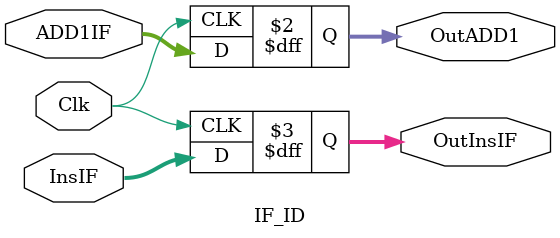
<source format=v>
`timescale 1ns/1ns

module IF_ID(
	
	input[31:0] ADD1IF,
	input[31:0] InsIF,
	input Clk,
	
	output reg [31:0] OutADD1,
	output reg [31:0] OutInsIF

);


always@(posedge Clk)
begin

	OutADD1 = ADD1IF;
	OutInsIF = InsIF;

end

endmodule 
</source>
